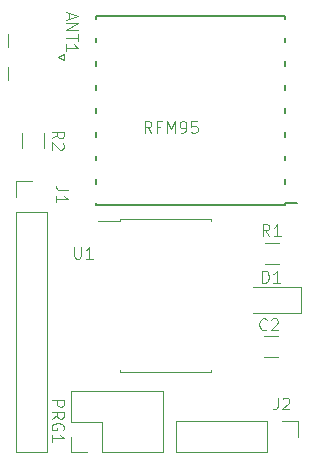
<source format=gbr>
%TF.GenerationSoftware,KiCad,Pcbnew,(5.99.0-1365-gd87daebb2)*%
%TF.CreationDate,2020-06-05T15:16:42+02:00*%
%TF.ProjectId,LORA_ATTINY_v3,4c4f5241-5f41-4545-9449-4e595f76332e,rev?*%
%TF.SameCoordinates,Original*%
%TF.FileFunction,Legend,Top*%
%TF.FilePolarity,Positive*%
%FSLAX46Y46*%
G04 Gerber Fmt 4.6, Leading zero omitted, Abs format (unit mm)*
G04 Created by KiCad (PCBNEW (5.99.0-1365-gd87daebb2)) date 2020-06-05 15:16:42*
%MOMM*%
%LPD*%
G01*
G04 APERTURE LIST*
%ADD10C,0.200000*%
%ADD11C,0.120000*%
G04 APERTURE END LIST*
D10*
%TO.C,RFM95*%
X112268000Y-31228000D02*
X112268000Y-31428000D01*
X96268000Y-31228000D02*
X112268000Y-31228000D01*
X96268000Y-31428000D02*
X96268000Y-31228000D01*
X96268000Y-33428000D02*
X96268000Y-33028000D01*
X96268000Y-35428000D02*
X96268000Y-35028000D01*
X96268000Y-37428000D02*
X96268000Y-37028000D01*
X96268000Y-39428000D02*
X96268000Y-39028000D01*
X96268000Y-41428000D02*
X96268000Y-41028000D01*
X96268000Y-43428000D02*
X96268000Y-43028000D01*
X96268000Y-45428000D02*
X96268000Y-45028000D01*
X96268000Y-47228000D02*
X96268000Y-47028000D01*
X112268000Y-33428000D02*
X112268000Y-33028000D01*
X112268000Y-47028000D02*
X112268000Y-47228000D01*
X113268000Y-47028000D02*
X112268000Y-47028000D01*
X112268000Y-45028000D02*
X112268000Y-45428000D01*
X112268000Y-43028000D02*
X112268000Y-43428000D01*
X112268000Y-41428000D02*
X112268000Y-41028000D01*
X112268000Y-39428000D02*
X112268000Y-39028000D01*
X112268000Y-37428000D02*
X112268000Y-37028000D01*
X112268000Y-35428000D02*
X112268000Y-35028000D01*
X112268000Y-47228000D02*
X96268000Y-47228000D01*
D11*
%TO.C,J2*%
X103064000Y-65472000D02*
X103064000Y-68132000D01*
X110744000Y-65472000D02*
X103064000Y-65472000D01*
X110744000Y-68132000D02*
X103064000Y-68132000D01*
X110744000Y-65472000D02*
X110744000Y-68132000D01*
X112014000Y-65472000D02*
X113344000Y-65472000D01*
X113344000Y-65472000D02*
X113344000Y-66802000D01*
%TO.C,J1*%
X89475000Y-68132000D02*
X92135000Y-68132000D01*
X89475000Y-47752000D02*
X89475000Y-68132000D01*
X92135000Y-47752000D02*
X92135000Y-68132000D01*
X89475000Y-47752000D02*
X92135000Y-47752000D01*
X89475000Y-46482000D02*
X89475000Y-45152000D01*
X89475000Y-45152000D02*
X90805000Y-45152000D01*
%TO.C,C2*%
X110432436Y-58272000D02*
X111636564Y-58272000D01*
X110432436Y-60092000D02*
X111636564Y-60092000D01*
%TO.C,U1*%
X102108000Y-61374000D02*
X105968000Y-61374000D01*
X105968000Y-61374000D02*
X105968000Y-61139000D01*
X102108000Y-61374000D02*
X98248000Y-61374000D01*
X98248000Y-61374000D02*
X98248000Y-61139000D01*
X102108000Y-48354000D02*
X105968000Y-48354000D01*
X105968000Y-48354000D02*
X105968000Y-48589000D01*
X102108000Y-48354000D02*
X98248000Y-48354000D01*
X98248000Y-48354000D02*
X98248000Y-48589000D01*
X98248000Y-48589000D02*
X96433000Y-48589000D01*
%TO.C,R2*%
X90022000Y-42348564D02*
X90022000Y-41144436D01*
X91842000Y-42348564D02*
X91842000Y-41144436D01*
%TO.C,R1*%
X110522936Y-50398000D02*
X111727064Y-50398000D01*
X110522936Y-52218000D02*
X111727064Y-52218000D01*
%TO.C,PRG1*%
X101914000Y-68132000D02*
X101914000Y-62932000D01*
X96774000Y-68132000D02*
X101914000Y-68132000D01*
X94174000Y-62932000D02*
X101914000Y-62932000D01*
X96774000Y-68132000D02*
X96774000Y-65532000D01*
X96774000Y-65532000D02*
X94174000Y-65532000D01*
X94174000Y-65532000D02*
X94174000Y-62932000D01*
X95504000Y-68132000D02*
X94174000Y-68132000D01*
X94174000Y-68132000D02*
X94174000Y-66802000D01*
%TO.C,D1*%
X109561500Y-56380000D02*
X113621500Y-56380000D01*
X113621500Y-56380000D02*
X113621500Y-54110000D01*
X113621500Y-54110000D02*
X109561500Y-54110000D01*
%TO.C,ANT1*%
X93565000Y-34452000D02*
X93065000Y-34702000D01*
X93565000Y-34952000D02*
X93565000Y-34452000D01*
X93065000Y-34702000D02*
X93565000Y-34952000D01*
X88805000Y-32752000D02*
X88805000Y-33862000D01*
X88805000Y-35542000D02*
X88805000Y-36652000D01*
%TO.C,RFM95*%
X100947742Y-41092380D02*
X100614409Y-40616190D01*
X100376314Y-41092380D02*
X100376314Y-40092380D01*
X100757266Y-40092380D01*
X100852504Y-40140000D01*
X100900123Y-40187619D01*
X100947742Y-40282857D01*
X100947742Y-40425714D01*
X100900123Y-40520952D01*
X100852504Y-40568571D01*
X100757266Y-40616190D01*
X100376314Y-40616190D01*
X101709647Y-40568571D02*
X101376314Y-40568571D01*
X101376314Y-41092380D02*
X101376314Y-40092380D01*
X101852504Y-40092380D01*
X102233457Y-41092380D02*
X102233457Y-40092380D01*
X102566790Y-40806666D01*
X102900123Y-40092380D01*
X102900123Y-41092380D01*
X103423933Y-41092380D02*
X103614409Y-41092380D01*
X103709647Y-41044761D01*
X103757266Y-40997142D01*
X103852504Y-40854285D01*
X103900123Y-40663809D01*
X103900123Y-40282857D01*
X103852504Y-40187619D01*
X103804885Y-40140000D01*
X103709647Y-40092380D01*
X103519171Y-40092380D01*
X103423933Y-40140000D01*
X103376314Y-40187619D01*
X103328695Y-40282857D01*
X103328695Y-40520952D01*
X103376314Y-40616190D01*
X103423933Y-40663809D01*
X103519171Y-40711428D01*
X103709647Y-40711428D01*
X103804885Y-40663809D01*
X103852504Y-40616190D01*
X103900123Y-40520952D01*
X104804885Y-40092380D02*
X104328695Y-40092380D01*
X104281076Y-40568571D01*
X104328695Y-40520952D01*
X104423933Y-40473333D01*
X104662028Y-40473333D01*
X104757266Y-40520952D01*
X104804885Y-40568571D01*
X104852504Y-40663809D01*
X104852504Y-40901904D01*
X104804885Y-40997142D01*
X104757266Y-41044761D01*
X104662028Y-41092380D01*
X104423933Y-41092380D01*
X104328695Y-41044761D01*
X104281076Y-40997142D01*
%TO.C,J2*%
X111629866Y-63511180D02*
X111629866Y-64225466D01*
X111582247Y-64368323D01*
X111487009Y-64463561D01*
X111344152Y-64511180D01*
X111248914Y-64511180D01*
X112058438Y-63606419D02*
X112106057Y-63558800D01*
X112201295Y-63511180D01*
X112439390Y-63511180D01*
X112534628Y-63558800D01*
X112582247Y-63606419D01*
X112629866Y-63701657D01*
X112629866Y-63796895D01*
X112582247Y-63939752D01*
X112010819Y-64511180D01*
X112629866Y-64511180D01*
%TO.C,J1*%
X93867219Y-45970866D02*
X93152933Y-45970866D01*
X93010076Y-45923247D01*
X92914838Y-45828009D01*
X92867219Y-45685152D01*
X92867219Y-45589914D01*
X92867219Y-46970866D02*
X92867219Y-46399438D01*
X92867219Y-46685152D02*
X93867219Y-46685152D01*
X93724361Y-46589914D01*
X93629123Y-46494676D01*
X93581504Y-46399438D01*
%TO.C,C2*%
X110704333Y-57710342D02*
X110656714Y-57757961D01*
X110513857Y-57805580D01*
X110418619Y-57805580D01*
X110275761Y-57757961D01*
X110180523Y-57662723D01*
X110132904Y-57567485D01*
X110085285Y-57377009D01*
X110085285Y-57234152D01*
X110132904Y-57043676D01*
X110180523Y-56948438D01*
X110275761Y-56853200D01*
X110418619Y-56805580D01*
X110513857Y-56805580D01*
X110656714Y-56853200D01*
X110704333Y-56900819D01*
X111085285Y-56900819D02*
X111132904Y-56853200D01*
X111228142Y-56805580D01*
X111466238Y-56805580D01*
X111561476Y-56853200D01*
X111609095Y-56900819D01*
X111656714Y-56996057D01*
X111656714Y-57091295D01*
X111609095Y-57234152D01*
X111037666Y-57805580D01*
X111656714Y-57805580D01*
%TO.C,U1*%
X94411895Y-50734980D02*
X94411895Y-51544504D01*
X94459514Y-51639742D01*
X94507133Y-51687361D01*
X94602371Y-51734980D01*
X94792847Y-51734980D01*
X94888085Y-51687361D01*
X94935704Y-51639742D01*
X94983323Y-51544504D01*
X94983323Y-50734980D01*
X95983323Y-51734980D02*
X95411895Y-51734980D01*
X95697609Y-51734980D02*
X95697609Y-50734980D01*
X95602371Y-50877838D01*
X95507133Y-50973076D01*
X95411895Y-51020695D01*
%TO.C,R2*%
X92511619Y-41565533D02*
X92987809Y-41232200D01*
X92511619Y-40994104D02*
X93511619Y-40994104D01*
X93511619Y-41375057D01*
X93464000Y-41470295D01*
X93416380Y-41517914D01*
X93321142Y-41565533D01*
X93178285Y-41565533D01*
X93083047Y-41517914D01*
X93035428Y-41470295D01*
X92987809Y-41375057D01*
X92987809Y-40994104D01*
X93416380Y-41946485D02*
X93464000Y-41994104D01*
X93511619Y-42089342D01*
X93511619Y-42327438D01*
X93464000Y-42422676D01*
X93416380Y-42470295D01*
X93321142Y-42517914D01*
X93225904Y-42517914D01*
X93083047Y-42470295D01*
X92511619Y-41898866D01*
X92511619Y-42517914D01*
%TO.C,R1*%
X110932933Y-49829980D02*
X110599600Y-49353790D01*
X110361504Y-49829980D02*
X110361504Y-48829980D01*
X110742457Y-48829980D01*
X110837695Y-48877600D01*
X110885314Y-48925219D01*
X110932933Y-49020457D01*
X110932933Y-49163314D01*
X110885314Y-49258552D01*
X110837695Y-49306171D01*
X110742457Y-49353790D01*
X110361504Y-49353790D01*
X111885314Y-49829980D02*
X111313885Y-49829980D01*
X111599600Y-49829980D02*
X111599600Y-48829980D01*
X111504361Y-48972838D01*
X111409123Y-49068076D01*
X111313885Y-49115695D01*
%TO.C,PRG1*%
X92511619Y-63717704D02*
X93511619Y-63717704D01*
X93511619Y-64098657D01*
X93464000Y-64193895D01*
X93416380Y-64241514D01*
X93321142Y-64289133D01*
X93178285Y-64289133D01*
X93083047Y-64241514D01*
X93035428Y-64193895D01*
X92987809Y-64098657D01*
X92987809Y-63717704D01*
X92511619Y-65289133D02*
X92987809Y-64955800D01*
X92511619Y-64717704D02*
X93511619Y-64717704D01*
X93511619Y-65098657D01*
X93464000Y-65193895D01*
X93416380Y-65241514D01*
X93321142Y-65289133D01*
X93178285Y-65289133D01*
X93083047Y-65241514D01*
X93035428Y-65193895D01*
X92987809Y-65098657D01*
X92987809Y-64717704D01*
X93464000Y-66241514D02*
X93511619Y-66146276D01*
X93511619Y-66003419D01*
X93464000Y-65860561D01*
X93368761Y-65765323D01*
X93273523Y-65717704D01*
X93083047Y-65670085D01*
X92940190Y-65670085D01*
X92749714Y-65717704D01*
X92654476Y-65765323D01*
X92559238Y-65860561D01*
X92511619Y-66003419D01*
X92511619Y-66098657D01*
X92559238Y-66241514D01*
X92606857Y-66289133D01*
X92940190Y-66289133D01*
X92940190Y-66098657D01*
X92511619Y-67241514D02*
X92511619Y-66670085D01*
X92511619Y-66955800D02*
X93511619Y-66955800D01*
X93368761Y-66860561D01*
X93273523Y-66765323D01*
X93225904Y-66670085D01*
%TO.C,D1*%
X110310704Y-53766980D02*
X110310704Y-52766980D01*
X110548800Y-52766980D01*
X110691657Y-52814600D01*
X110786895Y-52909838D01*
X110834514Y-53005076D01*
X110882133Y-53195552D01*
X110882133Y-53338409D01*
X110834514Y-53528885D01*
X110786895Y-53624123D01*
X110691657Y-53719361D01*
X110548800Y-53766980D01*
X110310704Y-53766980D01*
X111834514Y-53766980D02*
X111263085Y-53766980D01*
X111548800Y-53766980D02*
X111548800Y-52766980D01*
X111453561Y-52909838D01*
X111358323Y-53005076D01*
X111263085Y-53052695D01*
%TO.C,ANT1*%
X93991133Y-30923952D02*
X93991133Y-31400142D01*
X93705419Y-30828714D02*
X94705419Y-31162047D01*
X93705419Y-31495380D01*
X93705419Y-31828714D02*
X94705419Y-31828714D01*
X93705419Y-32400142D01*
X94705419Y-32400142D01*
X94705419Y-32733476D02*
X94705419Y-33304904D01*
X93705419Y-33019190D02*
X94705419Y-33019190D01*
X93705419Y-34162047D02*
X93705419Y-33590619D01*
X93705419Y-33876333D02*
X94705419Y-33876333D01*
X94562561Y-33781095D01*
X94467323Y-33685857D01*
X94419704Y-33590619D01*
%TD*%
M02*

</source>
